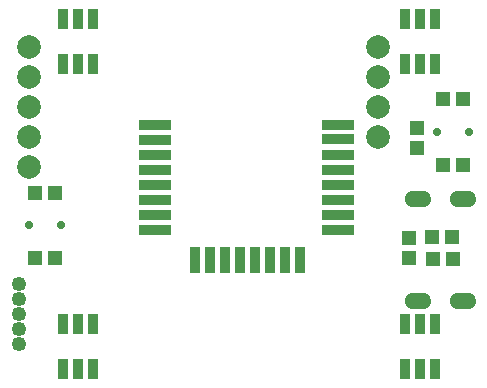
<source format=gbr>
G04 DipTrace 3.2.0.1*
G04 TopMask.gbr*
%MOMM*%
G04 #@! TF.FileFunction,Soldermask,Top*
G04 #@! TF.Part,Single*
%AMOUTLINE7*
4,1,16,
0.41065,-0.70038,
0.70426,-0.63362,
0.9489,-0.43889,
1.08481,-0.15731,
1.08509,0.15537,
0.94969,0.43721,
0.70538,0.63238,
0.41189,0.69962,
-0.41065,0.70038,
-0.70426,0.63362,
-0.9489,0.43889,
-1.08481,0.15731,
-1.08509,-0.15537,
-0.94969,-0.43721,
-0.70538,-0.63238,
-0.41189,-0.69962,
0.41065,-0.70038,
0*%
%ADD15C,0.7*%
%ADD39C,2.0*%
%ADD41C,1.25*%
%ADD43R,1.15X1.3*%
%ADD45R,0.95X1.7*%
%ADD47R,2.7X0.9*%
%ADD49R,0.9X2.2*%
%ADD51R,1.3X1.2*%
%ADD55R,1.2X1.3*%
%ADD68OUTLINE7*%
%FSLAX35Y35*%
G04*
G71*
G90*
G75*
G01*
G04 TopMask*
%LPD*%
D55*
X1425000Y79000D3*
Y249000D3*
X1358000Y-852000D3*
Y-682000D3*
D51*
X1723000Y-675000D3*
X1553000D3*
X1726000Y-862000D3*
X1556000D3*
D49*
X-460000Y-865000D3*
X-333000D3*
X-206000D3*
X-79000D3*
X48000D3*
X175000D3*
X302000D3*
X429000D3*
D47*
X759000Y-615000D3*
Y-488000D3*
Y-361000D3*
Y-234000D3*
Y-107000D3*
Y20000D3*
Y158000D3*
Y274000D3*
X-791000Y-615000D3*
Y-488000D3*
Y-361000D3*
Y-234000D3*
Y-107000D3*
Y20000D3*
Y147000D3*
Y271000D3*
D45*
X-1323000Y791500D3*
X-1450000D3*
X-1577000D3*
X-1323000Y1168500D3*
X-1450000D3*
X-1577000D3*
X1577000Y791500D3*
X1450000D3*
X1323000D3*
X1577000Y1168500D3*
X1450000D3*
X1323000D3*
D43*
X1646000Y-62000D3*
X1816000D3*
X1646000Y493000D3*
X1816000D3*
D15*
X1596000Y215500D3*
X1866000D3*
D43*
X-1811000Y-852000D3*
X-1641000D3*
X-1811000Y-297000D3*
X-1641000D3*
D15*
X-1861000Y-574500D3*
X-1591000D3*
D41*
X-1946000Y-1195000D3*
Y-1322000D3*
Y-1068000D3*
Y-1449000D3*
X-1944000Y-1322000D3*
Y-1449000D3*
Y-1195000D3*
Y-1576000D3*
D45*
X-1323000Y-1788500D3*
X-1450000D3*
X-1577000D3*
X-1323000Y-1411500D3*
X-1450000D3*
X-1577000D3*
X1577000Y-1788500D3*
X1450000D3*
X1323000D3*
X1577000Y-1411500D3*
X1450000D3*
X1323000D3*
D39*
X-1858000Y932000D3*
X1096000D3*
X-1858000Y678000D3*
Y425000D3*
Y170000D3*
Y-84000D3*
X1096000Y678000D3*
Y424000D3*
Y170000D3*
D68*
X1432340Y-351037D3*
X1431570Y-1215037D3*
X1812340Y-351377D3*
X1811570Y-1215377D3*
M02*

</source>
